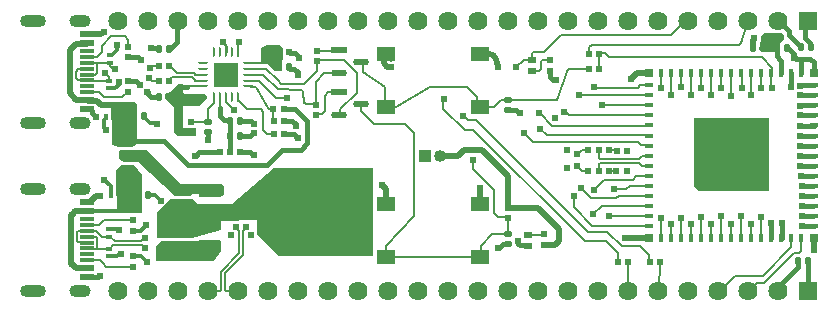
<source format=gtl>
G04*
G04 #@! TF.GenerationSoftware,Altium Limited,Altium Designer,25.2.1 (25)*
G04*
G04 Layer_Physical_Order=1*
G04 Layer_Color=255*
%FSLAX25Y25*%
%MOIN*%
G70*
G04*
G04 #@! TF.SameCoordinates,CFDFC737-2A4F-4172-B32B-428E1D980CDD*
G04*
G04*
G04 #@! TF.FilePolarity,Positive*
G04*
G01*
G75*
%ADD11C,0.00600*%
%ADD16R,0.02126X0.02362*%
%ADD17R,0.05343X0.02253*%
G04:AMPARAMS|DCode=18|XSize=53.43mil|YSize=22.53mil|CornerRadius=11.26mil|HoleSize=0mil|Usage=FLASHONLY|Rotation=0.000|XOffset=0mil|YOffset=0mil|HoleType=Round|Shape=RoundedRectangle|*
%AMROUNDEDRECTD18*
21,1,0.05343,0.00000,0,0,0.0*
21,1,0.03091,0.02253,0,0,0.0*
1,1,0.02253,0.01545,0.00000*
1,1,0.02253,-0.01545,0.00000*
1,1,0.02253,-0.01545,0.00000*
1,1,0.02253,0.01545,0.00000*
%
%ADD18ROUNDEDRECTD18*%
G04:AMPARAMS|DCode=19|XSize=23.62mil|YSize=21.26mil|CornerRadius=5.63mil|HoleSize=0mil|Usage=FLASHONLY|Rotation=90.000|XOffset=0mil|YOffset=0mil|HoleType=Round|Shape=RoundedRectangle|*
%AMROUNDEDRECTD19*
21,1,0.02362,0.00999,0,0,90.0*
21,1,0.01235,0.02126,0,0,90.0*
1,1,0.01127,0.00500,0.00618*
1,1,0.01127,0.00500,-0.00618*
1,1,0.01127,-0.00500,-0.00618*
1,1,0.01127,-0.00500,0.00618*
%
%ADD19ROUNDEDRECTD19*%
%ADD20R,0.02362X0.01378*%
G04:AMPARAMS|DCode=21|XSize=23.62mil|YSize=21.26mil|CornerRadius=5.63mil|HoleSize=0mil|Usage=FLASHONLY|Rotation=180.000|XOffset=0mil|YOffset=0mil|HoleType=Round|Shape=RoundedRectangle|*
%AMROUNDEDRECTD21*
21,1,0.02362,0.00999,0,0,180.0*
21,1,0.01235,0.02126,0,0,180.0*
1,1,0.01127,-0.00618,0.00500*
1,1,0.01127,0.00618,0.00500*
1,1,0.01127,0.00618,-0.00500*
1,1,0.01127,-0.00618,-0.00500*
%
%ADD21ROUNDEDRECTD21*%
%ADD22R,0.02362X0.02126*%
%ADD23R,0.02756X0.02362*%
%ADD24R,0.04528X0.02362*%
%ADD25R,0.04528X0.01181*%
%ADD26R,0.03150X0.03150*%
%ADD27R,0.01575X0.03150*%
%ADD28R,0.03150X0.01575*%
%ADD29R,0.04724X0.04724*%
G04:AMPARAMS|DCode=30|XSize=9.55mil|YSize=33.06mil|CornerRadius=4.77mil|HoleSize=0mil|Usage=FLASHONLY|Rotation=270.000|XOffset=0mil|YOffset=0mil|HoleType=Round|Shape=RoundedRectangle|*
%AMROUNDEDRECTD30*
21,1,0.00955,0.02351,0,0,270.0*
21,1,0.00000,0.03306,0,0,270.0*
1,1,0.00955,-0.01176,0.00000*
1,1,0.00955,-0.01176,0.00000*
1,1,0.00955,0.01176,0.00000*
1,1,0.00955,0.01176,0.00000*
%
%ADD30ROUNDEDRECTD30*%
G04:AMPARAMS|DCode=31|XSize=33.06mil|YSize=9.55mil|CornerRadius=4.77mil|HoleSize=0mil|Usage=FLASHONLY|Rotation=270.000|XOffset=0mil|YOffset=0mil|HoleType=Round|Shape=RoundedRectangle|*
%AMROUNDEDRECTD31*
21,1,0.03306,0.00000,0,0,270.0*
21,1,0.02351,0.00955,0,0,270.0*
1,1,0.00955,0.00000,-0.01176*
1,1,0.00955,0.00000,0.01176*
1,1,0.00955,0.00000,0.01176*
1,1,0.00955,0.00000,-0.01176*
%
%ADD31ROUNDEDRECTD31*%
%ADD32R,0.00955X0.03306*%
%ADD33R,0.06102X0.05118*%
G04:AMPARAMS|DCode=34|XSize=35.43mil|YSize=68.9mil|CornerRadius=1.95mil|HoleSize=0mil|Usage=FLASHONLY|Rotation=90.000|XOffset=0mil|YOffset=0mil|HoleType=Round|Shape=RoundedRectangle|*
%AMROUNDEDRECTD34*
21,1,0.03543,0.06500,0,0,90.0*
21,1,0.03154,0.06890,0,0,90.0*
1,1,0.00390,0.03250,0.01577*
1,1,0.00390,0.03250,-0.01577*
1,1,0.00390,-0.03250,-0.01577*
1,1,0.00390,-0.03250,0.01577*
%
%ADD34ROUNDEDRECTD34*%
G04:AMPARAMS|DCode=35|XSize=125.98mil|YSize=68.9mil|CornerRadius=2.07mil|HoleSize=0mil|Usage=FLASHONLY|Rotation=90.000|XOffset=0mil|YOffset=0mil|HoleType=Round|Shape=RoundedRectangle|*
%AMROUNDEDRECTD35*
21,1,0.12598,0.06476,0,0,90.0*
21,1,0.12185,0.06890,0,0,90.0*
1,1,0.00413,0.03238,0.06093*
1,1,0.00413,0.03238,-0.06093*
1,1,0.00413,-0.03238,-0.06093*
1,1,0.00413,-0.03238,0.06093*
%
%ADD35ROUNDEDRECTD35*%
%ADD36R,0.01378X0.02362*%
%ADD47R,0.08071X0.08071*%
G04:AMPARAMS|DCode=51|XSize=39.37mil|YSize=86.61mil|CornerRadius=19.68mil|HoleSize=0mil|Usage=FLASHONLY|Rotation=270.000|XOffset=0mil|YOffset=0mil|HoleType=Round|Shape=RoundedRectangle|*
%AMROUNDEDRECTD51*
21,1,0.03937,0.04724,0,0,270.0*
21,1,0.00000,0.08661,0,0,270.0*
1,1,0.03937,-0.02362,0.00000*
1,1,0.03937,-0.02362,0.00000*
1,1,0.03937,0.02362,0.00000*
1,1,0.03937,0.02362,0.00000*
%
%ADD51ROUNDEDRECTD51*%
G04:AMPARAMS|DCode=52|XSize=39.37mil|YSize=70.87mil|CornerRadius=19.68mil|HoleSize=0mil|Usage=FLASHONLY|Rotation=270.000|XOffset=0mil|YOffset=0mil|HoleType=Round|Shape=RoundedRectangle|*
%AMROUNDEDRECTD52*
21,1,0.03937,0.03150,0,0,270.0*
21,1,0.00000,0.07087,0,0,270.0*
1,1,0.03937,-0.01575,0.00000*
1,1,0.03937,-0.01575,0.00000*
1,1,0.03937,0.01575,0.00000*
1,1,0.03937,0.01575,0.00000*
%
%ADD52ROUNDEDRECTD52*%
%ADD58C,0.01000*%
%ADD59C,0.02000*%
%ADD60R,0.01575X0.01575*%
%ADD61C,0.01500*%
%ADD62C,0.00623*%
%ADD63C,0.01200*%
%ADD64C,0.00603*%
%ADD65C,0.01001*%
%ADD66C,0.06400*%
%ADD67R,0.06400X0.06400*%
%ADD68C,0.04000*%
%ADD69R,0.04000X0.04000*%
%ADD70R,0.04000X0.04000*%
%ADD71C,0.02400*%
G36*
X256600Y90700D02*
X257000Y90000D01*
Y88900D01*
X255900Y87300D01*
Y86621D01*
X255899Y86618D01*
Y85382D01*
X255900Y85379D01*
Y84400D01*
X249460D01*
X248785Y85526D01*
Y85654D01*
X249307Y88608D01*
X249333Y88671D01*
Y88755D01*
X249531Y89868D01*
X250417Y90900D01*
X256500D01*
X256600Y90700D01*
D02*
G37*
G36*
X90122Y85683D02*
X89911Y78164D01*
X87524D01*
X86887Y78741D01*
X85527Y80083D01*
X85029Y80616D01*
X83719Y80607D01*
X82627Y81309D01*
X82755Y85850D01*
X84645Y86750D01*
X89055D01*
X90122Y85683D01*
D02*
G37*
G36*
X56717Y71689D02*
Y71200D01*
X57280Y70700D01*
X64100D01*
X64700Y69771D01*
Y68910D01*
X63519Y67719D01*
X62128Y66602D01*
X56717D01*
X56600Y59100D01*
X61137D01*
Y56495D01*
X55200D01*
X53600Y57800D01*
Y66300D01*
X50900Y68827D01*
Y68879D01*
X50901Y68882D01*
Y70118D01*
X50900Y70121D01*
Y70500D01*
X52300Y71200D01*
X55200Y73881D01*
X55322Y73995D01*
X56717D01*
Y71689D01*
D02*
G37*
G36*
X40714Y67725D02*
X41401Y67010D01*
X41384Y64322D01*
X41401Y63759D01*
X41344Y54020D01*
X39720Y53026D01*
X39650Y53020D01*
X36100D01*
X35960Y52992D01*
X35535Y52991D01*
X33121Y53577D01*
Y57894D01*
X33154Y57975D01*
Y58851D01*
X33121Y58931D01*
Y59074D01*
X32909Y64823D01*
Y65181D01*
X32896D01*
X32819Y67274D01*
X33330Y67797D01*
X40714Y67725D01*
D02*
G37*
G36*
X44500Y52000D02*
X56000Y40500D01*
X69860Y40450D01*
X70282Y40024D01*
X70275Y38678D01*
X70284Y37005D01*
X68970Y36097D01*
X62017Y36134D01*
Y37142D01*
X59871D01*
X59513Y36526D01*
X53940Y36497D01*
X41743Y48000D01*
X37048D01*
X36587Y48046D01*
X36351Y48180D01*
X35276Y48789D01*
Y51210D01*
X35855Y51789D01*
X36100Y52000D01*
X40500D01*
Y52000D01*
X40507Y52007D01*
X44500Y52000D01*
D02*
G37*
G36*
X252000Y62000D02*
Y38337D01*
X228663D01*
X227129Y39871D01*
Y62500D01*
X252000D01*
Y62000D01*
D02*
G37*
G36*
X120000Y16881D02*
X119715Y16596D01*
X88905D01*
X81500Y24000D01*
Y28488D01*
X69292Y28348D01*
Y25064D01*
X63500Y23500D01*
X59797Y22500D01*
X53560D01*
X53019Y22502D01*
X53015Y22501D01*
X53010Y22502D01*
X52609Y22500D01*
X48000D01*
Y31000D01*
X52457Y35457D01*
X60033Y35471D01*
X61514Y34000D01*
X63865Y34020D01*
X73202Y33990D01*
X87213Y46000D01*
X120000D01*
Y16881D01*
D02*
G37*
G36*
X36946Y46986D02*
X36997Y46990D01*
X37048Y46980D01*
X38783D01*
X40023Y46956D01*
X40251Y46953D01*
X40365Y46840D01*
X43000Y43500D01*
Y30795D01*
X35288D01*
X34603Y31480D01*
X34500Y41951D01*
Y44837D01*
X35394Y46146D01*
X36000Y47005D01*
X36754D01*
X36946Y46986D01*
D02*
G37*
G36*
X69484Y21420D02*
Y18144D01*
X67000Y15000D01*
X47706D01*
Y19857D01*
X49312Y21463D01*
X53015Y21483D01*
X58018Y21463D01*
X59194Y21459D01*
X61560Y21450D01*
X62707Y22009D01*
X68834D01*
X69484Y21420D01*
D02*
G37*
D11*
X76736Y66862D02*
X76738Y66860D01*
X75048Y68550D02*
X76736Y66862D01*
X76738Y66860D02*
X78075Y65523D01*
X74937Y68594D02*
Y69459D01*
Y68594D02*
X75048Y68550D01*
X78075Y65523D02*
X82664D01*
X67038Y69232D02*
X67227Y69420D01*
X66340Y66862D02*
X67038Y67560D01*
X64962Y65484D02*
X66340Y66862D01*
X67038Y67560D02*
Y69232D01*
X64962Y61182D02*
Y65484D01*
X71991Y66862D02*
X73757Y65095D01*
X71068Y67785D02*
X71991Y66862D01*
X71068Y67785D02*
Y69324D01*
X133709Y30009D02*
X133921Y56951D01*
X133627Y57666D02*
X133921Y57373D01*
X130597Y60696D02*
X133627Y57666D01*
X133921Y56951D02*
Y57373D01*
X116171Y64861D02*
X120336Y60696D01*
X130597D01*
X123944Y68401D02*
X124350Y66142D01*
X123944Y68401D02*
Y72950D01*
X78807Y80961D02*
X81004D01*
X80800Y80999D02*
X85699D01*
X78745Y80899D02*
X78807Y80961D01*
X85699Y80999D02*
X87260Y79438D01*
X78748Y76959D02*
X81004Y76887D01*
X80800Y76926D02*
X83703Y76833D01*
X83870Y76669D01*
X88312Y72312D01*
X80800Y72998D02*
X80950Y72992D01*
X79457Y73025D02*
X81004Y72960D01*
X85472Y65676D02*
X86914D01*
X81168Y72773D02*
X85243Y65905D01*
X80950Y72992D02*
X81168Y72773D01*
X85243Y65905D02*
X85472Y65676D01*
X80800Y74970D02*
X81562Y74949D01*
X81801Y74942D02*
X81970Y74773D01*
X87669Y69073D01*
X81562Y74949D02*
X81801Y74942D01*
X87669Y69073D02*
X91505D01*
X78761Y78946D02*
X81004D01*
X80800Y78984D02*
X84442D01*
X88304Y75121D01*
X75164Y85656D02*
Y86926D01*
X75563Y87567D02*
Y87946D01*
X74960Y86964D02*
X75563Y87567D01*
X216094Y29192D02*
X216109Y29207D01*
X216094Y22637D02*
X216109Y22622D01*
X216094Y22637D02*
Y29192D01*
X198921Y29921D02*
X211945D01*
X127852Y66246D02*
X138938Y72898D01*
X151385D02*
X154666Y69616D01*
X138938Y72898D02*
X151385D01*
X126901Y66224D02*
X127852Y66246D01*
X124350Y66142D02*
X126901Y66224D01*
X192177Y84028D02*
Y86120D01*
X242759Y87654D02*
X245000Y95000D01*
X242051Y86946D02*
X242759Y87654D01*
X192177Y86120D02*
X193003Y86946D01*
X241803D01*
X242051Y86946D01*
X190610Y21530D02*
X197689D01*
X201823Y17396D01*
X201882Y15181D01*
X153553Y58587D02*
X190610Y21530D01*
X150597Y58587D02*
X153553D01*
X154519Y61785D02*
X191663Y24641D01*
X196395D01*
X151697Y61785D02*
X154519D01*
X187055Y32719D02*
Y36520D01*
X193133Y26641D02*
X195566D01*
X187055Y32719D02*
X193133Y26641D01*
X199035Y26656D02*
X199065Y26625D01*
X211894D01*
X195566Y26641D02*
X195581Y26656D01*
X199035D01*
X89429Y74018D02*
X97229Y73871D01*
X101500Y78142D02*
Y81078D01*
X97229Y73871D02*
X101500Y78142D01*
X97599Y67119D02*
X100881D01*
X95935Y71895D02*
X96338Y71888D01*
X97027Y67690D02*
X97306Y67412D01*
X96338Y71888D02*
X96902Y71324D01*
X88596Y72034D02*
X95935Y71895D01*
X97306Y67412D02*
X97599Y67119D01*
X96902Y71324D02*
X97027Y67690D01*
X100881Y67119D02*
X101000Y67000D01*
X104105Y64863D02*
Y69989D01*
X103096Y63854D02*
X104105Y64863D01*
Y69989D02*
X105156Y71039D01*
X108758D01*
X101255Y63854D02*
X103096D01*
X101000Y63598D02*
X101255Y63854D01*
X154666Y67125D02*
Y69616D01*
Y67125D02*
X155650Y66142D01*
X116171Y64861D02*
Y67228D01*
X245000Y5000D02*
X245641D01*
X250360Y7589D02*
X260451Y17680D01*
X248230Y7589D02*
X250360D01*
X245641Y5000D02*
X248230Y7589D01*
X235000Y5000D02*
X235619D01*
X240629Y10009D02*
X249952D01*
X235619Y5000D02*
X240629Y10009D01*
X209213Y73487D02*
X211883D01*
X208400Y72673D02*
X209213Y73487D01*
X193871Y72673D02*
X208400D01*
X193677Y72867D02*
X193871Y72673D01*
X252951Y77621D02*
Y79168D01*
X249844Y82997D02*
X250177Y82664D01*
X252951Y79168D01*
X198721Y82997D02*
X249844D01*
X197494Y84224D02*
X198721Y82997D01*
X195743Y84224D02*
X197494D01*
X195402Y83882D02*
X195743Y84224D01*
X195402Y79000D02*
Y84118D01*
X211826Y17108D02*
Y17108D01*
X212221Y16631D02*
Y16714D01*
X212257Y14543D02*
X212299Y14500D01*
X212257Y14543D02*
Y16595D01*
X212221Y16631D02*
X212257Y16595D01*
X211826Y17108D02*
X212221Y16714D01*
X203017Y19845D02*
X209089D01*
X211826Y17108D01*
X170585Y57420D02*
X170586D01*
X173335Y54670D01*
X208287D02*
X209536Y53421D01*
X173335Y54670D02*
X208287D01*
X177959Y56711D02*
X211927D01*
X175759Y58911D02*
X177959Y56711D01*
X175637Y64044D02*
X179730Y59951D01*
X211856D01*
X175347Y64044D02*
X175637D01*
X209536Y53421D02*
X211870D01*
X211945Y53347D01*
X185480Y63386D02*
X211945D01*
X184286Y64579D02*
X185480Y63386D01*
X183907Y64579D02*
X184286D01*
X211856Y59951D02*
X211945Y60039D01*
X211927Y56711D02*
X211945Y56693D01*
X196468Y66732D02*
X211945D01*
X143560Y65624D02*
X150597Y58587D01*
X143560Y68649D02*
X143735Y68824D01*
X143560Y65624D02*
Y68649D01*
X150026Y63077D02*
X150405D01*
X151697Y61785D01*
X252890Y77559D02*
X252920Y77529D01*
Y72705D02*
Y77529D01*
Y72705D02*
X252950Y72675D01*
X29500Y70408D02*
X30391Y69517D01*
X28806Y71102D02*
X29500Y70408D01*
X30391Y69517D02*
X36548D01*
X38342Y71311D01*
X24764Y71102D02*
X28806D01*
X38342Y71311D02*
X38460D01*
X69032Y65946D02*
Y68556D01*
X165053Y29230D02*
X165059Y28667D01*
Y24365D02*
Y28667D01*
X161658Y29502D02*
X164372D01*
X165053Y29230D01*
X160373Y30787D02*
X161658Y29502D01*
X164748Y24224D02*
X165107Y23866D01*
X196409Y24656D02*
X198206D01*
X203017Y19845D01*
X196395Y24641D02*
X196409Y24656D01*
X189463Y39197D02*
X192801Y35859D01*
X201254D01*
X196276Y33127D02*
X211805D01*
X193534Y30385D02*
X196276Y33127D01*
X211805D02*
X211945Y33268D01*
X197246Y42010D02*
X206613D01*
X193909Y38673D02*
X197246Y42010D01*
X201254Y35859D02*
X202009Y36614D01*
X160373Y30787D02*
Y38510D01*
X153375Y45508D02*
Y48388D01*
Y45508D02*
X160373Y38510D01*
X177100Y23700D02*
X177100Y23701D01*
X171800Y23700D02*
X177100D01*
X171800Y23700D02*
X171800Y23700D01*
X88304Y75121D02*
X89429Y74018D01*
X88312Y72312D02*
X88596Y72034D01*
X58000Y73000D02*
X58063Y73063D01*
X63459D01*
X30190Y14048D02*
X31238Y13000D01*
X29133Y15105D02*
X30190Y14048D01*
X31238Y13000D02*
X40000D01*
X24777Y15105D02*
X29133D01*
X32876Y89798D02*
X37336D01*
X29731Y86653D02*
X32876Y89798D01*
X29731Y84471D02*
Y86653D01*
X28132Y82871D02*
X29500Y84240D01*
X29731Y84471D01*
X24806Y82871D02*
X28132D01*
X38554Y86220D02*
Y88579D01*
X37336Y89798D02*
X38554Y88579D01*
X108780Y63559D02*
X109239Y64018D01*
Y65600D02*
X114652Y71013D01*
X109239Y64018D02*
Y65600D01*
X201799Y14500D02*
X201882Y15181D01*
X206613Y42010D02*
X207843Y43240D01*
X211878D01*
X30402Y28402D02*
X40000D01*
X28929Y26929D02*
X30402Y28402D01*
X24764Y26929D02*
X28929D01*
X59510Y61191D02*
X64953D01*
X124301Y16191D02*
Y19902D01*
X133709Y30009D01*
X124350Y16142D02*
X155650D01*
X82664Y65523D02*
X83514Y64673D01*
Y58669D02*
Y64673D01*
X159736Y23797D02*
X164748D01*
X155965Y20026D02*
X159736Y23797D01*
X155965Y16457D02*
Y20026D01*
X155708Y66200D02*
X160385D01*
X162822Y68637D02*
X164944D01*
X160385Y66200D02*
X162822Y68637D01*
X181590Y68655D02*
X185262Y78831D01*
X165038Y68655D02*
X181590D01*
X185262Y78831D02*
X191437D01*
X192000Y79000D01*
X116700Y77710D02*
Y81299D01*
Y77710D02*
X123944Y72950D01*
X116242Y81299D02*
X116700Y81299D01*
X86876Y61260D02*
Y65610D01*
X78745Y74993D02*
X81004Y74931D01*
X83514Y58669D02*
X84876Y57307D01*
X101001Y74670D02*
X103789Y77458D01*
X108657D01*
X86771Y57307D02*
X86853Y57225D01*
X84876Y57307D02*
X86771D01*
X101001Y67001D02*
Y74670D01*
X101064Y81078D02*
X101500Y81598D01*
X114652Y71013D02*
Y77656D01*
X110512Y81796D02*
X112070Y80237D01*
X101697Y81796D02*
X110512D01*
X113635Y78672D02*
X114652Y77656D01*
X112070Y80211D02*
X113609Y78672D01*
X106586Y85028D02*
X108758Y85039D01*
X102181Y85028D02*
X106586D01*
X101500Y85000D02*
X102181Y85028D01*
X177007Y84657D02*
X182609Y90259D01*
X219393D02*
X224134Y95000D01*
X182609Y90259D02*
X219393D01*
X242909Y22150D02*
Y29705D01*
X205164Y5164D02*
Y14463D01*
X205000Y5000D02*
X205164Y5164D01*
X215039Y5038D02*
X215543Y5542D01*
X215672Y13819D01*
X215682Y14446D01*
X215000Y5000D02*
X215039Y5038D01*
X188900Y70100D02*
X188921Y70079D01*
X211945D01*
X224134Y95000D02*
X225000D01*
X173039Y84072D02*
X173625Y84657D01*
X173039Y81890D02*
Y84072D01*
X173625Y84657D02*
X177007D01*
X170280Y81870D02*
X172560D01*
X173019D01*
X173000D02*
X173019D01*
X176582Y81701D02*
X179000D01*
X173000Y78130D02*
X175410D01*
X175996Y78716D01*
Y81115D01*
X176582Y81701D01*
X167926Y79515D02*
X170280Y81870D01*
X202009Y36614D02*
X211945D01*
X200414Y38838D02*
X204505D01*
X200368Y38792D02*
X200414Y38838D01*
X204505D02*
X205628Y39961D01*
X211945D01*
X259539Y19596D02*
Y22397D01*
X249952Y10009D02*
X259539Y19596D01*
Y22397D02*
X259583Y22441D01*
X226115Y22425D02*
Y27055D01*
X226112Y22422D02*
X226115Y22425D01*
X226112Y27059D02*
X226115Y27055D01*
X219421Y22219D02*
X219423Y22221D01*
Y27034D01*
X219421Y27036D02*
X219423Y27034D01*
X222775Y22774D02*
X222777Y22771D01*
X222775Y29316D02*
X222777Y29319D01*
X222775Y22774D02*
Y29316D01*
X229334Y29565D02*
X229399Y29500D01*
Y22239D02*
Y29500D01*
Y22239D02*
X229487Y22151D01*
X232745Y22221D02*
Y27237D01*
X260452Y17680D02*
X260453Y17681D01*
X260451Y17680D02*
X260452D01*
X239561Y22150D02*
Y27165D01*
X246232Y22156D02*
Y27171D01*
X249549Y22122D02*
Y29677D01*
X236241Y22178D02*
Y29733D01*
X260453Y17681D02*
X262214D01*
X262214Y17681D01*
X262214D01*
X262800Y18267D02*
Y22311D01*
X262214Y17681D02*
X262800Y18267D01*
Y22311D02*
X262929Y22441D01*
X232813Y70165D02*
Y77721D01*
X222786Y72628D02*
Y77544D01*
X226172Y70350D02*
Y77648D01*
X236259Y72480D02*
Y77495D01*
X246204Y70101D02*
Y77656D01*
X219418Y70254D02*
Y77552D01*
X216114Y72802D02*
Y77469D01*
X229500Y72500D02*
Y77516D01*
X239504Y70004D02*
Y77559D01*
X243000Y72500D02*
Y77516D01*
X249500Y72500D02*
Y77516D01*
D16*
X191898Y51800D02*
D03*
X195299D02*
D03*
X72348Y51100D02*
D03*
X68946D02*
D03*
X198701Y51800D02*
D03*
X195299D02*
D03*
X201799Y14500D02*
D03*
X205201D02*
D03*
X52201Y75000D02*
D03*
X48799D02*
D03*
X52201Y80000D02*
D03*
X48799D02*
D03*
X90338Y61625D02*
D03*
X86936D02*
D03*
X90319Y65674D02*
D03*
X86917D02*
D03*
X90372Y57174D02*
D03*
X86970D02*
D03*
X88799Y84500D02*
D03*
X92201D02*
D03*
X195402Y84000D02*
D03*
X192000D02*
D03*
X195402Y79000D02*
D03*
X192000D02*
D03*
X72348Y51100D02*
D03*
X75750D02*
D03*
X212299Y14500D02*
D03*
X215701D02*
D03*
X198701Y44800D02*
D03*
X195299D02*
D03*
X195301Y44796D02*
D03*
X191899D02*
D03*
D17*
X108758Y71039D02*
D03*
Y85039D02*
D03*
D18*
Y63559D02*
D03*
X116242Y67299D02*
D03*
Y81299D02*
D03*
X108758Y77559D02*
D03*
D19*
X246691Y85974D02*
D03*
X250077D02*
D03*
X254607Y86000D02*
D03*
X257993D02*
D03*
X75709Y61484D02*
D03*
X72323D02*
D03*
X43688Y63053D02*
D03*
X40302D02*
D03*
X52193Y69500D02*
D03*
X48807D02*
D03*
Y85500D02*
D03*
X52193D02*
D03*
X88773Y79396D02*
D03*
X92159D02*
D03*
X262830Y86082D02*
D03*
X266215D02*
D03*
X41807Y37000D02*
D03*
X45193D02*
D03*
X72307Y56500D02*
D03*
X75693D02*
D03*
X265193Y15000D02*
D03*
X261807D02*
D03*
D20*
X32450Y81020D02*
D03*
Y83579D02*
D03*
X32217Y74966D02*
D03*
Y72407D02*
D03*
X32003Y22944D02*
D03*
Y25503D02*
D03*
X32000Y16441D02*
D03*
Y19000D02*
D03*
D21*
X64962Y57796D02*
D03*
Y61182D02*
D03*
X165107Y23866D02*
D03*
Y20480D02*
D03*
X165000Y68693D02*
D03*
Y65307D02*
D03*
X53500Y20307D02*
D03*
Y23693D02*
D03*
X58500Y20307D02*
D03*
Y23693D02*
D03*
Y37693D02*
D03*
Y34307D02*
D03*
D22*
X101000Y67000D02*
D03*
Y63598D02*
D03*
X59500Y57799D02*
D03*
Y61201D02*
D03*
X177100Y20299D02*
D03*
Y23701D02*
D03*
X165053Y32631D02*
D03*
Y29230D02*
D03*
X179000Y78299D02*
D03*
Y81701D02*
D03*
X38554Y82818D02*
D03*
Y86220D02*
D03*
X38460Y74713D02*
D03*
Y71311D02*
D03*
X101500Y85000D02*
D03*
Y81598D02*
D03*
X40000Y13000D02*
D03*
Y16402D02*
D03*
Y28402D02*
D03*
Y25000D02*
D03*
D23*
X171800Y19960D02*
D03*
Y23700D02*
D03*
X173000Y81870D02*
D03*
Y78130D02*
D03*
D24*
X24764Y9409D02*
D03*
Y34606D02*
D03*
Y31457D02*
D03*
Y12559D02*
D03*
Y65394D02*
D03*
Y90591D02*
D03*
Y87441D02*
D03*
Y68543D02*
D03*
D25*
Y15118D02*
D03*
Y17087D02*
D03*
Y19055D02*
D03*
Y21024D02*
D03*
Y22992D02*
D03*
Y24961D02*
D03*
Y26929D02*
D03*
Y28898D02*
D03*
Y71102D02*
D03*
Y73071D02*
D03*
Y75039D02*
D03*
Y77008D02*
D03*
Y78976D02*
D03*
Y80945D02*
D03*
Y82913D02*
D03*
Y84882D02*
D03*
D26*
X267063Y77559D02*
D03*
X211945D02*
D03*
X267063Y22441D02*
D03*
X211945D02*
D03*
D27*
X262929Y77559D02*
D03*
X259583D02*
D03*
X256236D02*
D03*
X252890D02*
D03*
X249543D02*
D03*
X246197D02*
D03*
X242850D02*
D03*
X239504D02*
D03*
X236157D02*
D03*
X232811D02*
D03*
X229465D02*
D03*
X226118D02*
D03*
X222772D02*
D03*
X219425D02*
D03*
X216079D02*
D03*
Y22441D02*
D03*
X219425D02*
D03*
X222772D02*
D03*
X226118D02*
D03*
X229465D02*
D03*
X232811D02*
D03*
X236157D02*
D03*
X239504D02*
D03*
X242850D02*
D03*
X246197D02*
D03*
X249543D02*
D03*
X252890D02*
D03*
X256236D02*
D03*
X259583D02*
D03*
X262929D02*
D03*
D28*
X211945Y73425D02*
D03*
Y70079D02*
D03*
Y66732D02*
D03*
Y63386D02*
D03*
Y60039D02*
D03*
Y56693D02*
D03*
Y53347D02*
D03*
Y50000D02*
D03*
Y46654D02*
D03*
Y43307D02*
D03*
Y39961D02*
D03*
Y36614D02*
D03*
Y33268D02*
D03*
Y29921D02*
D03*
Y26575D02*
D03*
X267063D02*
D03*
Y29921D02*
D03*
Y33268D02*
D03*
Y36614D02*
D03*
Y39961D02*
D03*
Y43307D02*
D03*
Y46654D02*
D03*
Y50000D02*
D03*
Y53347D02*
D03*
Y56693D02*
D03*
Y60039D02*
D03*
Y63386D02*
D03*
Y66732D02*
D03*
Y70079D02*
D03*
Y73425D02*
D03*
D29*
X239504Y50000D02*
D03*
X246000D02*
D03*
Y43504D02*
D03*
X239504D02*
D03*
X233008D02*
D03*
Y50000D02*
D03*
Y56496D02*
D03*
X239504D02*
D03*
D30*
X78541Y80937D02*
D03*
Y78969D02*
D03*
Y77000D02*
D03*
Y75032D02*
D03*
Y73063D02*
D03*
X63459D02*
D03*
Y75032D02*
D03*
Y77000D02*
D03*
Y78969D02*
D03*
Y80937D02*
D03*
D31*
X74937Y69459D02*
D03*
X72969D02*
D03*
X71000D02*
D03*
X69032D02*
D03*
X67063D02*
D03*
Y84541D02*
D03*
X69032D02*
D03*
X71000D02*
D03*
X72969D02*
D03*
D32*
X74937D02*
D03*
D33*
X124350Y83858D02*
D03*
X155650D02*
D03*
X124350Y66142D02*
D03*
X155650D02*
D03*
X124350Y33858D02*
D03*
X155650D02*
D03*
X124350Y16142D02*
D03*
X155650D02*
D03*
D34*
X65697Y38055D02*
D03*
Y29000D02*
D03*
Y19945D02*
D03*
D35*
X90303Y29000D02*
D03*
D36*
X31220Y63000D02*
D03*
X33779D02*
D03*
X32721Y37000D02*
D03*
X35280D02*
D03*
D47*
X71000Y77000D02*
D03*
D51*
X6752Y39016D02*
D03*
Y5000D02*
D03*
Y95000D02*
D03*
Y60984D02*
D03*
D52*
X22500Y39016D02*
D03*
Y5000D02*
D03*
Y95000D02*
D03*
Y60984D02*
D03*
D58*
X97306Y67412D02*
D03*
D59*
X160985Y82296D02*
G03*
X159047Y83800I-1938J-496D01*
G01*
X155700Y33909D02*
Y39100D01*
X155650Y33858D02*
X155700Y33909D01*
X175092Y32631D02*
X182062Y25661D01*
Y21534D02*
Y25661D01*
X165053Y32631D02*
X175092D01*
X239414Y61015D02*
X239459Y60971D01*
Y57535D02*
X239555Y57440D01*
X239459Y57535D02*
Y60971D01*
X37485Y63116D02*
Y65676D01*
X36313Y66848D02*
X37485Y65676D01*
X29669Y66848D02*
X36313D01*
X37450Y55050D02*
Y63024D01*
X246681Y85984D02*
Y88548D01*
X247133Y89000D01*
Y89109D01*
X29500Y67017D02*
X29669Y66848D01*
X28155Y68362D02*
X29500Y67017D01*
X24945Y68362D02*
X28155D01*
X24764Y68543D02*
X24945Y68362D01*
X148523Y50000D02*
X150324Y51800D01*
X156369D02*
X165053Y43116D01*
X150324Y51800D02*
X156369D01*
X165053Y32631D02*
Y43116D01*
X142500Y50000D02*
X148523D01*
X180891Y20362D02*
X182062Y21534D01*
X177163Y20362D02*
X180891D01*
X124872Y79600D02*
X126200D01*
X123700Y80772D02*
X124872Y79600D01*
X123700Y80772D02*
Y83208D01*
X124350Y83858D01*
X124600Y83609D01*
X124605Y83858D02*
X126164Y82299D01*
X124350Y83858D02*
X124605D01*
X157701Y83800D02*
X159047D01*
X24626Y87304D02*
X24708Y87385D01*
X19056Y70838D02*
X21214Y68681D01*
X19056Y85146D02*
X21214Y87304D01*
X24626D01*
X19056Y70838D02*
Y85146D01*
X21214Y68681D02*
X24547D01*
X24724Y68503D01*
X24854Y90501D02*
X29534D01*
X30354Y91321D01*
X30462D01*
X25846Y34606D02*
X27855Y36615D01*
X28871D01*
X28947Y36692D01*
X24764Y34606D02*
X25846D01*
X124430Y33938D02*
Y38954D01*
X123238Y40146D02*
X124430Y38954D01*
X123238Y40146D02*
Y40255D01*
X228820Y56519D02*
X232985D01*
X233008Y56496D01*
X228798Y56541D02*
X228820Y56519D01*
X19500Y30062D02*
X20000Y30562D01*
X20864Y31426D01*
X19500Y14000D02*
Y30062D01*
X20864Y31426D02*
X24733D01*
X19500Y14000D02*
X20000Y13500D01*
X20940Y12560D01*
X24763D01*
X245974Y42737D02*
X246077Y42634D01*
Y39753D02*
Y42634D01*
Y39753D02*
X246154Y39677D01*
X250424Y55857D02*
X250492Y55789D01*
X247008Y55857D02*
X250424D01*
X247133Y49855D02*
X247149Y49871D01*
X250440D01*
X250516Y49795D01*
X232883Y50043D02*
X232911Y50015D01*
X228623Y50043D02*
X232883D01*
X228580Y50086D02*
X228623Y50043D01*
X228753Y43700D02*
X232473D01*
X228677Y43777D02*
X228753Y43700D01*
X232473D02*
X232825Y43348D01*
X239417Y42692D02*
X239494Y42769D01*
X239417Y39707D02*
Y42692D01*
X239340Y39631D02*
X239417Y39707D01*
X160985Y82296D02*
X161700Y79500D01*
X155650Y83858D02*
X157701Y83800D01*
X155650Y83858D02*
X155955Y83553D01*
X211893Y22493D02*
X211945Y22441D01*
X204187Y22493D02*
X211893D01*
X204135Y22545D02*
X204187Y22493D01*
X267070Y18570D02*
Y22434D01*
X255000Y5000D02*
X255842Y5842D01*
X260500Y82575D02*
X260577Y82498D01*
X206000Y75500D02*
X208059Y77559D01*
X211945D01*
D60*
X246000Y56496D02*
D03*
D61*
X58287Y69259D02*
X61004D01*
X62277D01*
X52223Y69470D02*
X58077D01*
X58287Y69259D01*
X93958Y65674D02*
X98029Y61602D01*
X95940Y51969D02*
X98029Y54058D01*
Y61602D01*
X89788Y51969D02*
X95940D01*
X84747Y46928D02*
X89788Y51969D01*
X94365Y59972D02*
Y60503D01*
X90338Y61625D02*
X93243D01*
X94365Y60503D01*
Y59972D02*
X94538Y59800D01*
X267080Y53338D02*
X267088Y53330D01*
X262537Y53338D02*
X267080D01*
X262529Y53330D02*
X262537Y53338D01*
X262486Y56675D02*
X266984D01*
X262469Y56658D02*
X262486Y56675D01*
X266984D02*
X267001Y56658D01*
X262571Y60013D02*
X267065D01*
X262544Y59986D02*
X262571Y60013D01*
X267065D02*
X267072Y60006D01*
X262561Y63418D02*
X267028D01*
X267072Y63374D01*
X262529Y63450D02*
X262561Y63418D01*
X267040Y66710D02*
X267072Y66742D01*
X262461Y66710D02*
X267040D01*
X262439Y66687D02*
X262461Y66710D01*
X262618Y73388D02*
X267101D01*
X262529Y73298D02*
X262618Y73388D01*
X267035Y70107D02*
X267057Y70085D01*
X262392Y70107D02*
X267035D01*
X262363Y70136D02*
X262392Y70107D01*
X259577Y77566D02*
X259580Y77563D01*
Y73000D02*
Y77563D01*
X259577Y72997D02*
X259580Y73000D01*
X58346Y46928D02*
X84747D01*
X50274Y55000D02*
X58346Y46928D01*
X53500Y23693D02*
X53622Y23815D01*
Y25667D01*
X54428Y26473D02*
Y29230D01*
X53622Y25667D02*
X54428Y26473D01*
X54300Y29357D02*
X54428Y29230D01*
X58601Y16385D02*
X58643Y16426D01*
X53714Y16385D02*
X58601D01*
X53673Y16344D02*
X53714Y16385D01*
X53665Y16351D02*
X53673Y16344D01*
X49572Y16351D02*
X53665D01*
X49565Y16359D02*
X49572Y16351D01*
X52193Y69382D02*
Y69500D01*
Y69382D02*
X54931Y66643D01*
X254763Y86361D02*
Y88326D01*
X254504Y86103D02*
X254763Y86361D01*
Y88326D02*
X255462Y89025D01*
Y89268D01*
X251343Y89335D02*
Y89578D01*
Y89335D02*
X251572Y89105D01*
Y87470D02*
Y89105D01*
X250508Y86405D02*
X251572Y87470D01*
X250077Y86092D02*
X250390Y86405D01*
X250508D01*
X250077Y85974D02*
Y86092D01*
X254645Y83205D02*
X256199Y81651D01*
X254645Y83205D02*
Y85962D01*
X257993Y85882D02*
X258306Y85569D01*
X260328Y82747D02*
Y83935D01*
X257993Y85882D02*
Y86000D01*
X258306Y85569D02*
X258694D01*
X260328Y83935D01*
Y82747D02*
X260500Y82575D01*
X69032Y63223D02*
Y65946D01*
X72323Y61484D02*
Y61602D01*
X72010Y61915D02*
X72323Y61602D01*
X70340Y61915D02*
X72010D01*
X69032Y63223D02*
X70340Y61915D01*
X75756Y61531D02*
X79354D01*
X80352Y60533D02*
X80596D01*
X79354Y61531D02*
X80352Y60533D01*
X80186Y57448D02*
X80430D01*
X75693Y56500D02*
X79239D01*
X80186Y57448D01*
X92301Y84282D02*
Y84542D01*
X75546Y51141D02*
X79171D01*
X256199Y77596D02*
Y81651D01*
Y77596D02*
X256236Y77559D01*
X262959Y39939D02*
X266691D01*
X262937Y39918D02*
X262959Y39939D01*
X266691D02*
X266710Y39959D01*
X263100Y36700D02*
X263148Y36652D01*
X266650D02*
X266704Y36597D01*
X263148Y36652D02*
X266650D01*
X263084Y29834D02*
X263134Y29884D01*
X266562D02*
X266603Y29925D01*
X263134Y29884D02*
X266562D01*
X266994Y26612D02*
X267022Y26583D01*
X263218Y26612D02*
X266994D01*
X263181Y26649D02*
X263218Y26612D01*
X262586Y49963D02*
X266919D01*
X262519Y49895D02*
X262586Y49963D01*
X266919D02*
X266958Y50001D01*
X262602Y46665D02*
X267026D01*
X262590Y46677D02*
X262602Y46665D01*
X267026D02*
X267051Y46641D01*
X266801Y43293D02*
X266806Y43299D01*
X262818Y43279D02*
X262831Y43293D01*
X266801D01*
X266628Y33297D02*
X266653Y33272D01*
X263122Y33297D02*
X266628D01*
X263093Y33327D02*
X263122Y33297D01*
X264173Y89202D02*
X265902Y87472D01*
X264173Y89202D02*
Y94173D01*
X265902Y86395D02*
Y87472D01*
X264173Y94173D02*
X265000Y95000D01*
X258807Y90104D02*
X262399Y86513D01*
X255344Y95000D02*
X258807Y91537D01*
Y90104D02*
Y91537D01*
X262399Y86513D02*
X262517D01*
X262830Y86200D01*
Y86082D02*
Y86200D01*
X92472Y78965D02*
X93797D01*
X94954Y77808D01*
Y76917D02*
Y77808D01*
Y76917D02*
X95126Y76745D01*
X92159Y79278D02*
X92472Y78965D01*
X92159Y79278D02*
Y79396D01*
X54931Y66643D02*
X55200Y66375D01*
Y58678D02*
Y66375D01*
X52193Y69618D02*
X55575Y73000D01*
X56079Y57799D02*
X59500D01*
X55200Y58678D02*
X56079Y57799D01*
X59221Y58078D02*
X59500Y57799D01*
X94006Y84069D02*
X95335Y82740D01*
X92514Y84069D02*
X94006D01*
X92301Y84282D02*
X92514Y84069D01*
X95335Y82644D02*
Y82740D01*
X38509Y74762D02*
X41216D01*
X42544Y73434D01*
X46109Y69571D02*
X48494D01*
X44815Y71269D02*
X44987Y71097D01*
X48565Y69500D02*
X48807D01*
X48494Y69571D02*
X48565Y69500D01*
X44987Y70693D02*
X46109Y69571D01*
X44987Y70693D02*
Y71097D01*
X61140Y50024D02*
X62229Y51113D01*
X68686D01*
X60897Y50024D02*
X61140D01*
X72328Y51120D02*
X72348Y51100D01*
X72328Y51120D02*
Y56480D01*
X72307Y56500D02*
X72328Y56480D01*
X79171Y51141D02*
X80061Y50251D01*
X80304D01*
X37500Y55000D02*
X50274D01*
X64982Y55325D02*
X65002Y55305D01*
X64962Y57796D02*
X64982Y57776D01*
Y55325D02*
Y57776D01*
X90319Y65674D02*
X93958D01*
X24764Y65394D02*
X25846D01*
X26278Y64963D01*
Y64244D02*
Y64963D01*
X41882Y82818D02*
X42800Y81900D01*
X38554Y82818D02*
X41882D01*
X90303Y29000D02*
Y30807D01*
X92998Y33502D02*
Y33543D01*
X95909D01*
X93685Y57174D02*
X94831Y56027D01*
X94981D01*
X90372Y57174D02*
X93685D01*
X26278Y64244D02*
X27434Y63088D01*
X27737D01*
X27910Y62916D01*
X58825Y29070D02*
X58886Y29131D01*
X58734Y28979D02*
X58825Y29070D01*
X54605Y87867D02*
Y94605D01*
X52336Y85598D02*
X54605Y87867D01*
Y94605D02*
X55000Y95000D01*
X87260Y79438D02*
X88731D01*
X88773Y79396D02*
X88786Y79409D01*
Y84487D01*
X85300Y84500D02*
X88799D01*
X88786Y84487D02*
X88799Y84500D01*
X55575Y73000D02*
X58000D01*
X28592Y9440D02*
X28960Y9808D01*
X24794Y9440D02*
X28592D01*
X24764Y9409D02*
X24794Y9440D01*
X53500Y20307D02*
X53673Y19994D01*
Y16344D02*
Y19994D01*
X58500Y20307D02*
X58643Y19994D01*
Y16426D02*
Y19994D01*
X63002Y20080D02*
X65697Y19945D01*
X58931Y20080D02*
X63002D01*
X58500Y20307D02*
X58931Y20080D01*
X51183Y29439D02*
X51264Y29357D01*
X54300D01*
X58585Y29127D02*
X58734Y28979D01*
X54530Y29127D02*
X58585D01*
X54526Y29131D02*
X54530Y29127D01*
X58825Y28827D02*
Y28887D01*
X58521Y28523D02*
X58825Y28827D01*
X58521Y23714D02*
Y28523D01*
X58825Y29070D02*
Y33994D01*
X65566Y29131D02*
X65697Y29000D01*
X58886Y29131D02*
X65566D01*
X58500Y34307D02*
X58512D01*
X58825Y33994D01*
X256265Y22542D02*
Y27541D01*
X256294Y27570D01*
X256246Y22522D02*
X256265Y22542D01*
X163282Y20539D02*
X164197D01*
X162043Y19300D02*
X163282Y20539D01*
X161800Y19300D02*
X162043D01*
X72271Y56931D02*
Y61069D01*
X45961Y85758D02*
X48307D01*
X167787Y65313D02*
X169000Y64100D01*
X165006Y65313D02*
X167787D01*
X168586Y20631D02*
X169138Y20080D01*
X171680D01*
X168414Y21441D02*
X168586Y21269D01*
Y20631D02*
Y21269D01*
X252894Y22447D02*
Y27463D01*
X180141Y75216D02*
X181038D01*
X179242Y76115D02*
X180141Y75216D01*
X179242Y76115D02*
Y78057D01*
X179035Y78264D02*
X179242Y78057D01*
X255000Y95000D02*
X255344D01*
X261895Y12816D02*
Y14912D01*
X261807Y15000D02*
X261895Y14912D01*
X255842Y6763D02*
X261895Y12816D01*
X255842Y5842D02*
Y6763D01*
X265193Y5193D02*
Y15000D01*
X262929Y81679D02*
X263569Y82319D01*
X262929Y77559D02*
Y81679D01*
X263569Y82319D02*
X265891D01*
X260577Y82498D02*
X261066D01*
X261246Y82319D01*
X263569D01*
X265891D02*
X267063Y81147D01*
Y77559D02*
Y81147D01*
D62*
X52201Y79882D02*
Y80000D01*
Y79882D02*
X52952Y79130D01*
X53092D01*
X52201Y75118D02*
X53243Y76160D01*
X52201Y75000D02*
Y75118D01*
X53092Y79130D02*
X54639Y77583D01*
X53243Y76160D02*
X59719D01*
X54639Y77583D02*
X60308D01*
X59719Y76160D02*
X60800Y75079D01*
X60308Y77583D02*
X60800Y77091D01*
X61095Y76962D02*
X63662D01*
X60800Y75079D02*
X60848Y75032D01*
X60800Y77091D02*
X60891Y77000D01*
X61051Y74993D02*
X63662D01*
X31935Y75003D02*
X32057Y75125D01*
X24801Y75003D02*
X31935D01*
X24764Y75039D02*
X24801Y75003D01*
X32288Y80982D02*
X32350Y80920D01*
X24801Y80982D02*
X32288D01*
X24764Y80945D02*
X24801Y80982D01*
X32350Y79720D02*
X33288Y78782D01*
X34163D01*
X32350Y79720D02*
Y80920D01*
X24764Y80945D02*
X24814Y80995D01*
X21727Y75039D02*
X24764D01*
X27300Y77000D02*
X27976Y77676D01*
X20968Y75798D02*
Y78008D01*
X21925Y78965D02*
X24753D01*
X20968Y75798D02*
X21727Y75039D01*
X20968Y78008D02*
X21925Y78965D01*
X24764Y77008D02*
X24772Y77000D01*
X27300D01*
X27976Y77676D02*
Y80995D01*
X32057Y75125D02*
Y76224D01*
X30851Y77431D02*
X32057Y76224D01*
X45400Y75900D02*
X46300Y75000D01*
X48799D01*
X45600Y79300D02*
X46300Y80000D01*
X48799D01*
D63*
X37500Y44859D02*
Y45000D01*
Y44859D02*
X41762Y40597D01*
Y37045D02*
Y40597D01*
Y37045D02*
X41807Y37000D01*
X33804Y63024D02*
X40274D01*
X37500Y50000D02*
X43062D01*
X55262Y37800D02*
X58393D01*
X43062Y50000D02*
X55262Y37800D01*
X58681Y37874D02*
X65516D01*
X58500Y37693D02*
X58681Y37874D01*
X35117Y25503D02*
X35677Y24944D01*
X31906Y25414D02*
X32584D01*
X47813Y60775D02*
X47937Y60651D01*
X45848Y60775D02*
X47813D01*
X43688Y62935D02*
X45848Y60775D01*
X65516Y37874D02*
X65697Y38055D01*
X58393Y37800D02*
X58500Y37693D01*
X33031Y83678D02*
X34605Y85252D01*
Y86780D01*
X32943Y83579D02*
X33031Y83668D01*
Y83678D01*
X34605Y86780D02*
X34763Y86937D01*
X32450Y83579D02*
X32943D01*
X34852Y16377D02*
X35675Y17200D01*
X36000D01*
X32064Y16377D02*
X34852D01*
X43688Y62935D02*
Y63053D01*
X30537Y59155D02*
X30954Y58738D01*
X30537Y59155D02*
Y61824D01*
X30954Y58413D02*
Y58738D01*
X30537Y61824D02*
X31220Y62508D01*
Y63000D01*
X32217Y72407D02*
X32306Y72496D01*
X34123D01*
X35278Y73650D01*
Y74227D01*
X35507Y74456D01*
X32003Y25503D02*
X35117D01*
X24764Y31457D02*
X36457D01*
X38000Y33000D02*
Y36457D01*
X36457Y31457D02*
X38000Y33000D01*
X35280Y37000D02*
X38543D01*
X38000Y36457D02*
X38543Y37000D01*
X41807D01*
X47500D02*
X49500Y35000D01*
X45193Y37000D02*
X47500D01*
X42831Y16402D02*
X44796Y14437D01*
X40000Y16402D02*
X42831D01*
X40000Y25000D02*
X42767D01*
X44589Y26822D01*
X30500Y42000D02*
X32721Y39779D01*
Y37000D02*
Y39779D01*
D64*
X42990Y20091D02*
X43725Y19356D01*
X33583Y20091D02*
X42990D01*
X43956Y22556D02*
X44211D01*
X33946Y21494D02*
X42894D01*
X32495Y22944D02*
X33946Y21494D01*
X32492Y19000D02*
X33583Y20091D01*
X43725Y19356D02*
X44211D01*
X42894Y21494D02*
X43956Y22556D01*
X29856Y22944D02*
X32495D01*
X76830Y16847D02*
Y24967D01*
X69298Y11299D02*
X75427Y17428D01*
X76830Y24967D02*
X77733Y25869D01*
X74533Y25871D02*
Y26229D01*
X75427Y17428D02*
Y24977D01*
X70701Y10718D02*
X76830Y16847D01*
X74533Y25871D02*
X75427Y24977D01*
X77733Y25869D02*
Y26218D01*
X69298Y5353D02*
Y11299D01*
X70701Y5353D02*
Y10718D01*
X30190Y19024D02*
X31976D01*
X27988D02*
X30190D01*
X24797Y19022D02*
X27988D01*
X27634Y22992D02*
X27988Y22639D01*
Y19022D02*
Y22639D01*
X24764Y22992D02*
X27634D01*
X68945Y5000D02*
X69298Y5353D01*
X70701D02*
X71055Y5000D01*
X75000D01*
X65000D02*
X68945D01*
X201238Y51915D02*
X201490Y51663D01*
X198816Y51915D02*
X201238D01*
X198701Y51800D02*
X198816Y51915D01*
X198783Y44882D02*
X201147D01*
X201350Y45085D01*
X198701Y44800D02*
X198783Y44882D01*
X209602Y46654D02*
X211945D01*
X195343Y49325D02*
X195696Y48972D01*
X195343Y44838D02*
Y47215D01*
X195696Y48972D02*
X208665D01*
X195343Y47215D02*
X195696Y47569D01*
X208665Y48972D02*
X209693Y50000D01*
X208687Y47569D02*
X209602Y46654D01*
X195343Y49325D02*
Y51756D01*
X195696Y47569D02*
X208687D01*
X195299Y51800D02*
X195343Y51756D01*
X209693Y50000D02*
X211945D01*
X27855Y24945D02*
X29856Y22944D01*
X24748Y24945D02*
X27855D01*
X24748D02*
X24764Y24961D01*
X21924Y21060D02*
X24728D01*
X21571Y21413D02*
Y24592D01*
X21924Y24945D02*
X24748D01*
X21571Y21413D02*
X21924Y21060D01*
X21571Y24592D02*
X21924Y24945D01*
X32000Y19000D02*
X32492D01*
X188035Y46463D02*
X189657Y44842D01*
X191979D01*
X188376Y50500D02*
X189676Y51800D01*
X188000Y50500D02*
X188376D01*
X189676Y51800D02*
X191898D01*
D65*
X64953Y61191D02*
X64962Y61182D01*
X59500Y61201D02*
X59510Y61191D01*
X116171Y67228D02*
X116242Y67299D01*
X155650Y16142D02*
X155965Y16457D01*
X112070Y80211D02*
Y80237D01*
X113609Y78672D02*
X113635D01*
X101500Y81598D02*
X101697Y81796D01*
X70751Y87062D02*
X71204Y86311D01*
X70018Y87977D02*
X70547Y87100D01*
X71204Y84503D02*
Y86311D01*
X48307Y85758D02*
X48807Y85500D01*
D66*
X35000Y95000D02*
D03*
X45000D02*
D03*
X55000D02*
D03*
X65000D02*
D03*
X75000D02*
D03*
X85000D02*
D03*
X95000D02*
D03*
X105000D02*
D03*
X115000D02*
D03*
X125000D02*
D03*
X135000D02*
D03*
X145000D02*
D03*
X155000D02*
D03*
X165000D02*
D03*
X175000D02*
D03*
X185000D02*
D03*
X195000D02*
D03*
X205000D02*
D03*
X215000D02*
D03*
X225000D02*
D03*
X235000D02*
D03*
X245000D02*
D03*
X255000D02*
D03*
X35000Y5000D02*
D03*
X45000D02*
D03*
X55000D02*
D03*
X65000D02*
D03*
X75000D02*
D03*
X85000D02*
D03*
X95000D02*
D03*
X105000D02*
D03*
X115000D02*
D03*
X125000D02*
D03*
X135000D02*
D03*
X145000D02*
D03*
X155000D02*
D03*
X165000D02*
D03*
X175000D02*
D03*
X185000D02*
D03*
X195000D02*
D03*
X205000D02*
D03*
X215000D02*
D03*
X225000D02*
D03*
X235000D02*
D03*
X245000D02*
D03*
X255000D02*
D03*
D67*
X265000Y95000D02*
D03*
Y5000D02*
D03*
D68*
X37500Y45000D02*
D03*
Y50000D02*
D03*
X142500D02*
D03*
D69*
X37500Y55000D02*
D03*
D70*
X137500Y50000D02*
D03*
D71*
X62277Y69259D02*
D03*
X73815Y65095D02*
D03*
X75563Y87946D02*
D03*
X94538Y59800D02*
D03*
X262529Y53330D02*
D03*
X262469Y56658D02*
D03*
X262544Y59986D02*
D03*
X262529Y63450D02*
D03*
X262439Y66687D02*
D03*
X262529Y73298D02*
D03*
X262363Y70136D02*
D03*
X259577Y72997D02*
D03*
X216109Y29207D02*
D03*
X198921Y29921D02*
D03*
X155700Y39100D02*
D03*
X170585Y57513D02*
D03*
X175759Y58911D02*
D03*
X175347Y64044D02*
D03*
X180848Y62651D02*
D03*
X183907Y64579D02*
D03*
X196468Y66732D02*
D03*
X143735Y68824D02*
D03*
X150026Y63077D02*
D03*
X95335Y82644D02*
D03*
X239414Y61015D02*
D03*
X255462Y89268D02*
D03*
X247133Y89109D02*
D03*
X251343Y89578D02*
D03*
X80596Y60533D02*
D03*
X80430Y57448D02*
D03*
X187055Y36520D02*
D03*
X189320Y39251D02*
D03*
X193534Y30385D02*
D03*
X193909Y38673D02*
D03*
X153375Y48388D02*
D03*
X262937Y39918D02*
D03*
X263100Y36700D02*
D03*
X263084Y29834D02*
D03*
X263181Y26649D02*
D03*
X262519Y49895D02*
D03*
X262590Y46677D02*
D03*
X262818Y43279D02*
D03*
X263093Y33327D02*
D03*
X126200Y79600D02*
D03*
X95126Y76745D02*
D03*
X91505Y69073D02*
D03*
X44211Y22556D02*
D03*
Y19356D02*
D03*
X74533Y26229D02*
D03*
X77733Y26218D02*
D03*
X47937Y60651D02*
D03*
X42544Y73434D02*
D03*
X44815Y71269D02*
D03*
X60897Y50024D02*
D03*
X80304Y50251D02*
D03*
X65002Y55305D02*
D03*
X34163Y78782D02*
D03*
X34763Y86937D02*
D03*
X42800Y81900D02*
D03*
X30462Y91321D02*
D03*
X28947Y36692D02*
D03*
X36000Y17200D02*
D03*
X123238Y40255D02*
D03*
X94981Y56027D02*
D03*
X30954Y58413D02*
D03*
X27910Y62916D02*
D03*
X35507Y74456D02*
D03*
X30851Y77431D02*
D03*
X45400Y75900D02*
D03*
X45600Y79300D02*
D03*
X201147Y44882D02*
D03*
X201490Y51663D02*
D03*
X184800Y51900D02*
D03*
X184700Y45800D02*
D03*
X188035Y46463D02*
D03*
X188000Y50500D02*
D03*
X35397Y25223D02*
D03*
X204900Y45000D02*
D03*
Y51700D02*
D03*
X79300Y23400D02*
D03*
X72900D02*
D03*
X49500Y35000D02*
D03*
X44796Y14437D02*
D03*
X44589Y26822D02*
D03*
X30500Y42000D02*
D03*
X28960Y9808D02*
D03*
X51183Y29439D02*
D03*
X54382Y29276D02*
D03*
X49565Y16359D02*
D03*
X53673Y16344D02*
D03*
X58643Y16426D02*
D03*
X58734Y28979D02*
D03*
X228580Y50086D02*
D03*
X228798Y56541D02*
D03*
X239340Y39631D02*
D03*
X228677Y43777D02*
D03*
X250516Y49795D02*
D03*
X250492Y55789D02*
D03*
X246154Y39677D02*
D03*
X236245Y46755D02*
D03*
X242770Y46709D02*
D03*
X242752Y53176D02*
D03*
X236306Y53208D02*
D03*
X101584Y38398D02*
D03*
X106682Y38462D02*
D03*
X111907Y38525D02*
D03*
X117428Y38652D02*
D03*
X96147Y38440D02*
D03*
X101584Y43475D02*
D03*
X106555Y43411D02*
D03*
X111864Y43538D02*
D03*
X117449D02*
D03*
X96168Y43390D02*
D03*
X95909Y33543D02*
D03*
X117500Y33500D02*
D03*
X112000D02*
D03*
X107000D02*
D03*
X101500D02*
D03*
X256294Y27570D02*
D03*
X161800Y19300D02*
D03*
X161700Y79500D02*
D03*
X252950Y72675D02*
D03*
X69304Y74962D02*
D03*
X73004D02*
D03*
X73104Y78962D02*
D03*
X69104D02*
D03*
X70018Y87977D02*
D03*
X45961Y85758D02*
D03*
X85300Y84500D02*
D03*
X169000Y64100D02*
D03*
X188900Y70100D02*
D03*
X193677Y72867D02*
D03*
X167926Y79515D02*
D03*
X200368Y38792D02*
D03*
X168414Y21441D02*
D03*
X204135Y22545D02*
D03*
X226112Y27059D02*
D03*
X219421Y27036D02*
D03*
X222777Y29319D02*
D03*
X229334Y29565D02*
D03*
X246232Y27171D02*
D03*
X232745Y27237D02*
D03*
X181038Y75216D02*
D03*
X267063Y18563D02*
D03*
X260500Y82575D02*
D03*
X206000Y75500D02*
D03*
X222762Y72834D02*
D03*
X226174Y70348D02*
D03*
X236259Y72480D02*
D03*
X246204Y70101D02*
D03*
X252894Y27463D02*
D03*
X239561Y27165D02*
D03*
X216217Y72699D02*
D03*
X249549Y29677D02*
D03*
X242909Y29705D02*
D03*
X236241Y29733D02*
D03*
X219420Y70252D02*
D03*
X229500Y72500D02*
D03*
X232813Y70165D02*
D03*
X239504Y70004D02*
D03*
X243000Y72500D02*
D03*
X249500D02*
D03*
M02*

</source>
